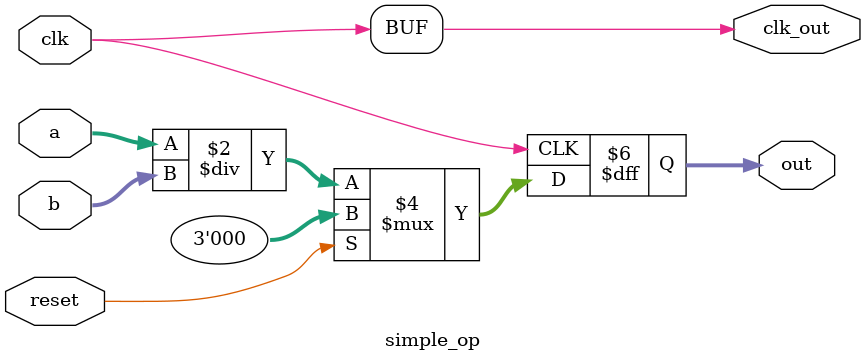
<source format=v>
module simple_op(
    clk,
    reset,
    a,
    b,    
    out,
    clk_out
    );

    input   clk;
    input   reset;
    input   [1:0] a,b;

    output  [2:0] out;
    output  clk_out;

    assign clk_out = clk;

    always @(posedge clk)
    begin
        case(reset)
            1'b0:       out <= a / b;
            default:    out <= 1'b0;
        endcase
    end
endmodule
</source>
